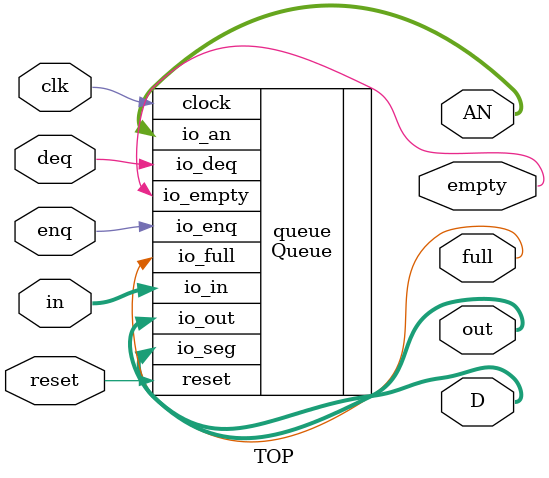
<source format=v>

module TOP (
    input clk,
    input reset,
    input deq,
    input enq,
    input [3:0]in,
    output [3:0]out,
    output full,
    output empty,
    output [2:0] AN,
    output [3:0] D
);
    Queue queue(
        .clock(clk),
        .reset(reset),
        .io_deq(deq),
        .io_enq(enq),
        .io_in(in),
        .io_out(out),
        .io_full(full),
        .io_empty(empty),
        .io_an(AN),
        .io_seg(D)
    );
endmodule
</source>
